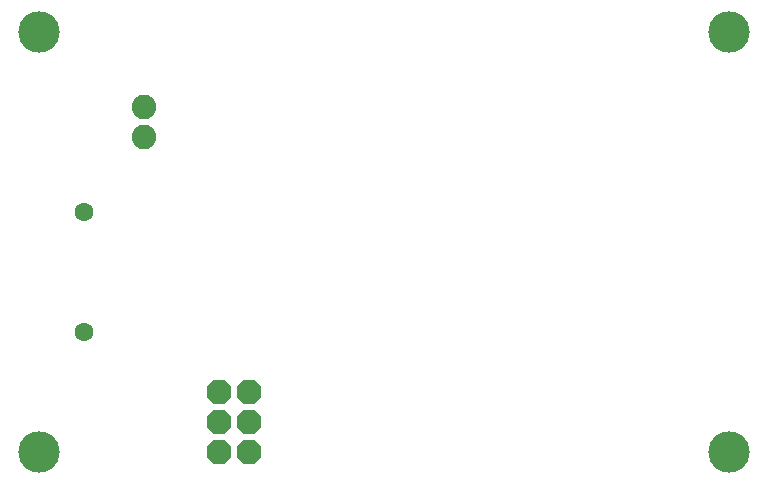
<source format=gbr>
G04 EAGLE Gerber RS-274X export*
G75*
%MOMM*%
%FSLAX34Y34*%
%LPD*%
%INSoldermask Bottom*%
%IPPOS*%
%AMOC8*
5,1,8,0,0,1.08239X$1,22.5*%
G01*
%ADD10P,2.254402X8X112.500000*%
%ADD11C,3.505200*%
%ADD12C,2.082800*%
%ADD13C,1.603200*%


D10*
X203200Y25400D03*
X177800Y25400D03*
X203200Y50800D03*
X177800Y50800D03*
X203200Y76200D03*
X177800Y76200D03*
D11*
X25400Y25400D03*
X609600Y25400D03*
X25400Y381000D03*
X609600Y381000D03*
D12*
X114300Y317500D03*
X114300Y292100D03*
D13*
X63500Y228600D03*
X63500Y127000D03*
M02*

</source>
